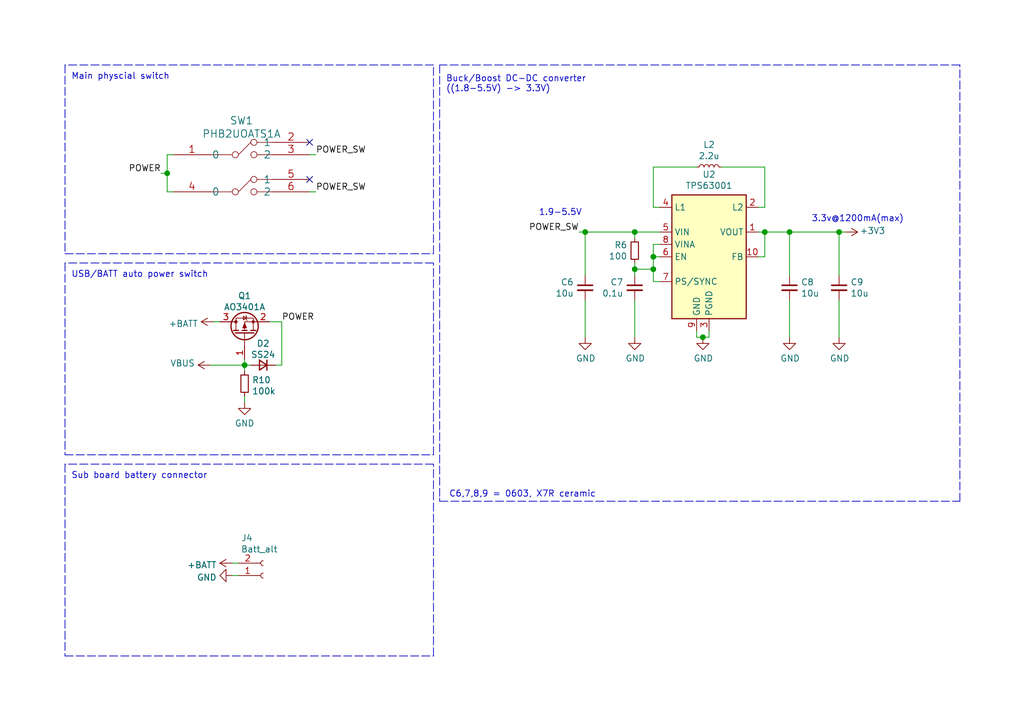
<source format=kicad_sch>
(kicad_sch (version 20210406) (generator eeschema)
  (paper "A5")
  (lib_symbols
    (symbol "Connector:Conn_01x02_Female" (pin_names (offset 1.016) hide)
      (property "Reference" "J" (at 0 2.54 0))
      (property "Value" "Conn_01x02_Female" (at 0 -5.08 0))
      (symbol "Conn_01x02_Female_1_1"
        (arc (start 0 -2.032) (end 0 -3.048) (radius (at 0 -2.54) (length 0.508) (angles 90.1 -90.1)) (stroke (width 0.1524)))
        (arc (start 0 0.508) (end 0 -0.508) (radius (at 0 0) (length 0.508) (angles 90.1 -90.1)) (stroke (width 0.1524)))
        (polyline (pts (xy -1.27 -2.54) (xy -0.508 -2.54)) (stroke (width 0.1524)))
        (polyline (pts (xy -1.27 0) (xy -0.508 0)) (stroke (width 0.1524)))
        (pin passive line (at -5.08 0 0) (length 3.81) (name "Pin_1") (number "1"))
        (pin passive line (at -5.08 -2.54 0) (length 3.81) (name "Pin_2") (number "2"))
      )
    )
    (symbol "Device:C_Small" (pin_numbers hide) (pin_names (offset 0.254) hide)
      (property "Reference" "C" (at 0.254 1.778 0))
      (property "Value" "C_Small" (at 0.254 -2.032 0))
      (symbol "C_Small_0_1"
        (polyline (pts (xy -1.524 -0.508) (xy 1.524 -0.508)) (stroke (width 0.3302)))
        (polyline (pts (xy -1.524 0.508) (xy 1.524 0.508)) (stroke (width 0.3048)))
      )
      (symbol "C_Small_1_1"
        (pin passive line (at 0 2.54 270) (length 2.032) (name "~") (number "1"))
        (pin passive line (at 0 -2.54 90) (length 2.032) (name "~") (number "2"))
      )
    )
    (symbol "Device:D_Small" (pin_numbers hide) (pin_names (offset 0.254) hide)
      (property "Reference" "D" (at -1.27 2.032 0))
      (property "Value" "D_Small" (at -3.81 -2.032 0))
      (symbol "D_Small_0_1"
        (polyline (pts (xy -0.762 -1.016) (xy -0.762 1.016)) (stroke (width 0.254)))
        (polyline (pts (xy -0.762 0) (xy 0.762 0)))
        (polyline (pts (xy 0.762 -1.016) (xy -0.762 0) (xy 0.762 1.016) (xy 0.762 -1.016)) (stroke (width 0.254)))
      )
      (symbol "D_Small_1_1"
        (pin passive line (at -2.54 0 0) (length 1.778) (name "K") (number "1"))
        (pin passive line (at 2.54 0 180) (length 1.778) (name "A") (number "2"))
      )
    )
    (symbol "Device:L_Small" (pin_numbers hide) (pin_names (offset 0.254) hide)
      (property "Reference" "L" (at 0.762 1.016 0))
      (property "Value" "L_Small" (at 0.762 -1.016 0))
      (symbol "L_Small_0_1"
        (arc (start 0 -2.032) (end 0 -1.016) (radius (at 0 -1.524) (length 0.508) (angles -89.9 89.9)))
        (arc (start 0 -1.016) (end 0 0) (radius (at 0 -0.508) (length 0.508) (angles -89.9 89.9)))
        (arc (start 0 0) (end 0 1.016) (radius (at 0 0.508) (length 0.508) (angles -89.9 89.9)))
        (arc (start 0 1.016) (end 0 2.032) (radius (at 0 1.524) (length 0.508) (angles -89.9 89.9)))
      )
      (symbol "L_Small_1_1"
        (pin passive line (at 0 2.54 270) (length 0.508) (name "~") (number "1"))
        (pin passive line (at 0 -2.54 90) (length 0.508) (name "~") (number "2"))
      )
    )
    (symbol "Device:R_Small" (pin_numbers hide) (pin_names (offset 0.254) hide)
      (property "Reference" "R" (at 0.762 0.508 0))
      (property "Value" "R_Small" (at 0.762 -1.016 0))
      (symbol "R_Small_0_1"
        (rectangle (start -0.762 1.778) (end 0.762 -1.778) (stroke (width 0.2032)))
      )
      (symbol "R_Small_1_1"
        (pin passive line (at 0 2.54 270) (length 0.762) (name "~") (number "1"))
        (pin passive line (at 0 -2.54 90) (length 0.762) (name "~") (number "2"))
      )
    )
    (symbol "PHB2UOATS1A:PHB2UOATS1A" (pin_names (offset 0.254))
      (property "Reference" "SW" (at 12.7 10.16 0))
      (property "Value" "PHB2UOATS1A" (at 12.7 7.62 0))
      (symbol "PHB2UOATS1A_1_1"
        (arc (start 16.51 -6.985) (end 16.51 -6.985) (radius (at 16.51 -7.62) (length 0.635) (angles 90 -90)) (stroke (width 0.127)))
        (arc (start 16.51 0.635) (end 16.51 0.635) (radius (at 16.51 0) (length 0.635) (angles 90 -90)) (stroke (width 0.127)))
        (circle (center 12.7 -7.62) (radius 0.635) (stroke (width 0.127)))
        (circle (center 12.7 0) (radius 0.635) (stroke (width 0.127)))
        (circle (center 16.51 -7.62) (radius 0.635) (stroke (width 0.127)))
        (circle (center 16.51 -5.08) (radius 0.635) (stroke (width 0.127)))
        (circle (center 16.51 0) (radius 0.635) (stroke (width 0.127)))
        (circle (center 16.51 2.54) (radius 0.635) (stroke (width 0.127)))
        (polyline (pts (xy 7.62 -7.62) (xy 12.065 -7.62)) (stroke (width 0.127)))
        (polyline (pts (xy 7.62 0) (xy 12.065 0)) (stroke (width 0.127)))
        (polyline (pts (xy 13.335 -7.62) (xy 15.875 -5.08)) (stroke (width 0.127)))
        (polyline (pts (xy 13.335 0) (xy 15.875 2.54)) (stroke (width 0.127)))
        (polyline (pts (xy 17.145 -5.08) (xy 20.32 -5.08)) (stroke (width 0.127)))
        (polyline (pts (xy 17.145 2.54) (xy 20.32 2.54)) (stroke (width 0.127)))
        (polyline (pts (xy 20.32 -7.62) (xy 17.145 -7.62)) (stroke (width 0.127)))
        (polyline (pts (xy 20.32 0) (xy 17.145 0)) (stroke (width 0.127)))
        (pin unspecified line (at 0 0 0) (length 7.62) (name "0") (number "1"))
        (pin unspecified line (at 27.94 2.54 180) (length 7.62) (name "1") (number "2"))
        (pin unspecified line (at 27.94 0 180) (length 7.62) (name "2") (number "3"))
        (pin unspecified line (at 0 -7.62 0) (length 7.62) (name "0") (number "4"))
        (pin unspecified line (at 27.94 -5.08 180) (length 7.62) (name "1") (number "5"))
        (pin unspecified line (at 27.94 -7.62 180) (length 7.62) (name "2") (number "6"))
      )
    )
    (symbol "Regulator_Switching:TPS63001"
      (property "Reference" "U" (at -7.62 13.97 0))
      (property "Value" "TPS63001" (at 5.08 13.97 0))
      (symbol "TPS63001_0_1"
        (rectangle (start -7.62 12.7) (end 7.62 -12.7) (stroke (width 0.254)) (fill (type background)))
      )
      (symbol "TPS63001_1_1"
        (pin power_out line (at 10.16 5.08 180) (length 2.54) (name "VOUT") (number "1"))
        (pin input line (at 10.16 0 180) (length 2.54) (name "FB") (number "10"))
        (pin passive line (at 0 -15.24 90) (length 2.54) hide (name "PGND") (number "11"))
        (pin input line (at 10.16 10.16 180) (length 2.54) (name "L2") (number "2"))
        (pin power_in line (at 0 -15.24 90) (length 2.54) (name "PGND") (number "3"))
        (pin input line (at -10.16 10.16 0) (length 2.54) (name "L1") (number "4"))
        (pin power_in line (at -10.16 5.08 0) (length 2.54) (name "VIN") (number "5"))
        (pin input line (at -10.16 0 0) (length 2.54) (name "EN") (number "6"))
        (pin input line (at -10.16 -5.08 0) (length 2.54) (name "PS/SYNC") (number "7"))
        (pin power_in line (at -10.16 2.54 0) (length 2.54) (name "VINA") (number "8"))
        (pin power_in line (at -2.54 -15.24 90) (length 2.54) (name "GND") (number "9"))
      )
    )
    (symbol "Transistor_FET:AO3401A" (pin_names hide)
      (property "Reference" "Q" (at 5.08 1.905 0))
      (property "Value" "AO3401A" (at 5.08 0 0))
      (symbol "AO3401A_0_1"
        (circle (center 1.651 0) (radius 2.794) (stroke (width 0.254)))
        (circle (center 2.54 -1.778) (radius 0.254) (fill (type outline)))
        (circle (center 2.54 1.778) (radius 0.254) (fill (type outline)))
        (polyline (pts (xy 0.254 0) (xy -2.54 0)))
        (polyline (pts (xy 0.254 1.905) (xy 0.254 -1.905)) (stroke (width 0.254)))
        (polyline (pts (xy 0.762 -1.27) (xy 0.762 -2.286)) (stroke (width 0.254)))
        (polyline (pts (xy 0.762 0.508) (xy 0.762 -0.508)) (stroke (width 0.254)))
        (polyline (pts (xy 0.762 2.286) (xy 0.762 1.27)) (stroke (width 0.254)))
        (polyline (pts (xy 2.54 2.54) (xy 2.54 1.778)))
        (polyline (pts (xy 2.54 -2.54) (xy 2.54 0) (xy 0.762 0)))
        (polyline (pts (xy 0.762 1.778) (xy 3.302 1.778) (xy 3.302 -1.778) (xy 0.762 -1.778)))
        (polyline (pts (xy 2.794 -0.508) (xy 2.921 -0.381) (xy 3.683 -0.381) (xy 3.81 -0.254)))
        (polyline (pts (xy 3.302 -0.381) (xy 2.921 0.254) (xy 3.683 0.254) (xy 3.302 -0.381)))
        (polyline (pts (xy 2.286 0) (xy 1.27 0.381) (xy 1.27 -0.381) (xy 2.286 0)) (fill (type outline)))
      )
      (symbol "AO3401A_1_1"
        (pin input line (at -5.08 0 0) (length 2.54) (name "G") (number "1"))
        (pin passive line (at 2.54 -5.08 90) (length 2.54) (name "S") (number "2"))
        (pin passive line (at 2.54 5.08 270) (length 2.54) (name "D") (number "3"))
      )
    )
    (symbol "power:+3.3V" (power) (pin_names (offset 0))
      (property "Value" "+3.3V" (at 0 3.556 0))
      (symbol "+3.3V_0_1"
        (polyline (pts (xy -0.762 1.27) (xy 0 2.54)))
        (polyline (pts (xy 0 0) (xy 0 2.54)))
        (polyline (pts (xy 0 2.54) (xy 0.762 1.27)))
      )
      (symbol "+3.3V_1_1"
        (pin power_in line (at 0 0 90) (length 0) hide (name "+3V3") (number "1"))
      )
    )
    (symbol "power:+BATT" (power) (pin_names (offset 0))
      (property "Value" "+BATT" (at 0 3.556 0))
      (symbol "+BATT_0_1"
        (polyline (pts (xy -0.762 1.27) (xy 0 2.54)))
        (polyline (pts (xy 0 0) (xy 0 2.54)))
        (polyline (pts (xy 0 2.54) (xy 0.762 1.27)))
      )
      (symbol "+BATT_1_1"
        (pin power_in line (at 0 0 90) (length 0) hide (name "+BATT") (number "1"))
      )
    )
    (symbol "power:GND" (power) (pin_names (offset 0))
      (property "Value" "GND" (at 0 -3.81 0))
      (symbol "GND_0_1"
        (polyline (pts (xy 0 0) (xy 0 -1.27) (xy 1.27 -1.27) (xy 0 -2.54) (xy -1.27 -1.27) (xy 0 -1.27)))
      )
      (symbol "GND_1_1"
        (pin power_in line (at 0 0 270) (length 0) hide (name "GND") (number "1"))
      )
    )
    (symbol "power:VBUS" (power) (pin_names (offset 0))
      (property "Value" "VBUS" (at 0 3.81 0))
      (symbol "VBUS_0_1"
        (polyline (pts (xy -0.762 1.27) (xy 0 2.54)))
        (polyline (pts (xy 0 0) (xy 0 2.54)))
        (polyline (pts (xy 0 2.54) (xy 0.762 1.27)))
      )
      (symbol "VBUS_1_1"
        (pin power_in line (at 0 0 90) (length 0) hide (name "VBUS") (number "1"))
      )
    )
  )
  (junction (at 34.29 35.56) (diameter 1.016))
  (junction (at 50.165 74.93) (diameter 1.016))
  (junction (at 120.015 47.625) (diameter 1.016))
  (junction (at 130.175 47.625) (diameter 1.016))
  (junction (at 130.175 55.245) (diameter 1.016))
  (junction (at 133.985 52.705) (diameter 1.016))
  (junction (at 133.985 55.245) (diameter 1.016))
  (junction (at 144.145 69.215) (diameter 1.016))
  (junction (at 156.845 47.625) (diameter 1.016))
  (junction (at 161.925 47.625) (diameter 1.016))
  (junction (at 172.085 47.625) (diameter 1.016))
  (no_connect (at 63.5 29.21))
  (no_connect (at 63.5 36.83))
  (wire (pts (xy 33.02 35.56) (xy 34.29 35.56)))
  (wire (pts (xy 34.29 31.75) (xy 34.29 35.56)))
  (wire (pts (xy 34.29 35.56) (xy 34.29 39.37)))
  (wire (pts (xy 35.56 31.75) (xy 34.29 31.75)))
  (wire (pts (xy 35.56 39.37) (xy 34.29 39.37)))
  (wire (pts (xy 43.18 74.93) (xy 50.165 74.93)))
  (wire (pts (xy 43.815 66.04) (xy 45.085 66.04)))
  (wire (pts (xy 47.625 115.57) (xy 48.895 115.57)))
  (wire (pts (xy 47.625 118.11) (xy 48.895 118.11)))
  (wire (pts (xy 50.165 73.66) (xy 50.165 74.93)))
  (wire (pts (xy 50.165 74.93) (xy 50.165 76.2)))
  (wire (pts (xy 50.165 74.93) (xy 51.435 74.93)))
  (wire (pts (xy 50.165 82.55) (xy 50.165 81.28)))
  (wire (pts (xy 55.245 66.04) (xy 57.785 66.04)))
  (wire (pts (xy 57.785 66.04) (xy 57.785 74.93)))
  (wire (pts (xy 57.785 74.93) (xy 56.515 74.93)))
  (wire (pts (xy 63.5 31.75) (xy 64.77 31.75)))
  (wire (pts (xy 63.5 39.37) (xy 64.77 39.37)))
  (wire (pts (xy 118.745 47.625) (xy 120.015 47.625)))
  (wire (pts (xy 120.015 47.625) (xy 130.175 47.625)))
  (wire (pts (xy 120.015 56.515) (xy 120.015 47.625)))
  (wire (pts (xy 120.015 61.595) (xy 120.015 69.215)))
  (wire (pts (xy 130.175 47.625) (xy 130.175 48.895)))
  (wire (pts (xy 130.175 53.975) (xy 130.175 55.245)))
  (wire (pts (xy 130.175 55.245) (xy 130.175 56.515)))
  (wire (pts (xy 130.175 55.245) (xy 133.985 55.245)))
  (wire (pts (xy 130.175 61.595) (xy 130.175 69.215)))
  (wire (pts (xy 133.985 34.29) (xy 133.985 42.545)))
  (wire (pts (xy 133.985 42.545) (xy 135.255 42.545)))
  (wire (pts (xy 133.985 50.165) (xy 133.985 52.705)))
  (wire (pts (xy 133.985 52.705) (xy 135.255 52.705)))
  (wire (pts (xy 133.985 55.245) (xy 133.985 52.705)))
  (wire (pts (xy 133.985 57.785) (xy 133.985 55.245)))
  (wire (pts (xy 135.255 47.625) (xy 130.175 47.625)))
  (wire (pts (xy 135.255 50.165) (xy 133.985 50.165)))
  (wire (pts (xy 135.255 57.785) (xy 133.985 57.785)))
  (wire (pts (xy 142.875 34.29) (xy 133.985 34.29)))
  (wire (pts (xy 142.875 67.945) (xy 142.875 69.215)))
  (wire (pts (xy 142.875 69.215) (xy 144.145 69.215)))
  (wire (pts (xy 144.145 69.215) (xy 145.415 69.215)))
  (wire (pts (xy 145.415 69.215) (xy 145.415 67.945)))
  (wire (pts (xy 147.955 34.29) (xy 156.845 34.29)))
  (wire (pts (xy 155.575 52.705) (xy 156.845 52.705)))
  (wire (pts (xy 156.845 34.29) (xy 156.845 42.545)))
  (wire (pts (xy 156.845 42.545) (xy 155.575 42.545)))
  (wire (pts (xy 156.845 47.625) (xy 155.575 47.625)))
  (wire (pts (xy 156.845 47.625) (xy 161.925 47.625)))
  (wire (pts (xy 156.845 52.705) (xy 156.845 47.625)))
  (wire (pts (xy 161.925 47.625) (xy 161.925 56.515)))
  (wire (pts (xy 161.925 47.625) (xy 172.085 47.625)))
  (wire (pts (xy 161.925 61.595) (xy 161.925 69.215)))
  (wire (pts (xy 172.085 47.625) (xy 172.085 56.515)))
  (wire (pts (xy 172.085 47.625) (xy 173.355 47.625)))
  (wire (pts (xy 172.085 61.595) (xy 172.085 69.215)))
  (polyline (pts (xy 13.335 13.335) (xy 13.335 52.07)) (stroke (width 0) (type dash)))
  (polyline (pts (xy 13.335 52.07) (xy 88.9 52.07)) (stroke (width 0) (type dash)))
  (polyline (pts (xy 13.335 53.975) (xy 13.335 93.345)) (stroke (width 0) (type dash)))
  (polyline (pts (xy 13.335 93.345) (xy 88.9 93.345)) (stroke (width 0) (type dash)))
  (polyline (pts (xy 13.335 95.25) (xy 13.335 134.62)) (stroke (width 0) (type dash)))
  (polyline (pts (xy 13.335 134.62) (xy 88.9 134.62)) (stroke (width 0) (type dash)))
  (polyline (pts (xy 88.9 13.335) (xy 13.335 13.335)) (stroke (width 0) (type dash)))
  (polyline (pts (xy 88.9 52.07) (xy 88.9 13.335)) (stroke (width 0) (type dash)))
  (polyline (pts (xy 88.9 53.975) (xy 13.335 53.975)) (stroke (width 0) (type dash)))
  (polyline (pts (xy 88.9 93.345) (xy 88.9 53.975)) (stroke (width 0) (type dash)))
  (polyline (pts (xy 88.9 95.25) (xy 13.335 95.25)) (stroke (width 0) (type dash)))
  (polyline (pts (xy 88.9 134.62) (xy 88.9 95.25)) (stroke (width 0) (type dash)))
  (polyline (pts (xy 90.17 13.335) (xy 90.17 102.235)) (stroke (width 0) (type dash)))
  (polyline (pts (xy 90.17 102.235) (xy 90.17 102.87)) (stroke (width 0) (type dash)))
  (polyline (pts (xy 90.17 102.87) (xy 196.85 102.87)) (stroke (width 0) (type dash)))
  (polyline (pts (xy 196.85 13.335) (xy 90.17 13.335)) (stroke (width 0) (type dash)))
  (polyline (pts (xy 196.85 102.87) (xy 196.85 13.335)) (stroke (width 0) (type dash)))
  (text "Main physcial switch" (at 14.605 16.51 0) (effects (font (size 1.27 1.27)) (justify left bottom)))
  (text "USB/BATT auto power switch " (at 14.605 57.15 0) (effects (font (size 1.27 1.27)) (justify left bottom)))
  (text "Sub board battery connector" (at 14.605 98.425 0) (effects (font (size 1.27 1.27)) (justify left bottom)))
  (text "Buck/Boost DC-DC converter\n((1.8-5.5V) -> 3.3V)" (at 91.44 19.05 0) (effects (font (size 1.27 1.27)) (justify left bottom)))
  (text "C6,7,8,9 = 0603, X7R ceramic" (at 92.075 102.235 0) (effects (font (size 1.27 1.27)) (justify left bottom)))
  (text "1.9-5.5V" (at 119.38 44.45 180) (effects (font (size 1.27 1.27)) (justify right bottom)))
  (text "3.3v@1200mA(max)" (at 185.42 45.72 180) (effects (font (size 1.27 1.27)) (justify right bottom)))
  (label "POWER" (at 33.02 35.56 180))
  (label "POWER" (at 57.785 66.04 0))
  (label "POWER_SW" (at 64.77 31.75 0))
  (label "POWER_SW" (at 64.77 39.37 0))
  (label "POWER_SW" (at 118.745 47.625 180))
  (symbol (lib_id "power:VBUS") (at 43.18 74.93 90) (unit 1)
    (property "Reference" "#PWR0136" (effects hide))
    (property "Value" "VBUS" (at 40.0049 74.5415 90) (effects (justify left)))
  )
  (symbol (lib_id "power:+BATT") (at 43.815 66.04 90) (unit 1)
    (property "Reference" "#PWR0114" (effects hide))
    (property "Value" "+BATT" (at 40.6399 66.4285 90) (effects (justify left)))
  )
  (symbol (lib_id "power:+BATT") (at 47.625 115.57 90) (unit 1)
    (property "Reference" "#PWR0131" (effects hide))
    (property "Value" "+BATT" (at 44.4499 115.9585 90) (effects (justify left)))
  )
  (symbol (lib_id "power:+3.3V") (at 173.355 47.625 270) (unit 1)
    (property "Reference" "#PWR0120" (effects hide))
    (property "Value" "+3.3V" (at 178.9494 47.3583 90))
  )
  (symbol (lib_id "Device:L_Small") (at 145.415 34.29 90) (unit 1)
    (property "Reference" "L2" (at 145.415 29.6988 90))
    (property "Value" "2.2u" (at 145.415 31.998 90))
    (property "Footprint" "Inductor_SMD:L_Coilcraft_XxL4040" (effects hide))
    (property "LCSC Part" "C135262" (effects hide))
  )
  (symbol (lib_id "power:GND") (at 47.625 118.11 270) (unit 1)
    (property "Reference" "#PWR0132" (effects hide))
    (property "Value" "GND" (at 44.45 118.4985 90) (effects (justify right)))
  )
  (symbol (lib_id "power:GND") (at 50.165 82.55 0) (unit 1)
    (property "Reference" "#PWR0137" (effects hide))
    (property "Value" "GND" (at 50.165 86.8744 0))
  )
  (symbol (lib_id "power:GND") (at 120.015 69.215 0) (unit 1)
    (property "Reference" "#PWR0115" (effects hide))
    (property "Value" "GND" (at 120.1293 73.5394 0))
  )
  (symbol (lib_id "power:GND") (at 130.175 69.215 0) (unit 1)
    (property "Reference" "#PWR0116" (effects hide))
    (property "Value" "GND" (at 130.2893 73.5394 0))
  )
  (symbol (lib_id "power:GND") (at 144.145 69.215 0) (unit 1)
    (property "Reference" "#PWR0119" (effects hide))
    (property "Value" "GND" (at 144.2593 73.5394 0))
  )
  (symbol (lib_id "power:GND") (at 161.925 69.215 0) (unit 1)
    (property "Reference" "#PWR0118" (effects hide))
    (property "Value" "GND" (at 162.0393 73.5394 0))
  )
  (symbol (lib_id "power:GND") (at 172.085 69.215 0) (unit 1)
    (property "Reference" "#PWR0117" (effects hide))
    (property "Value" "GND" (at 172.1993 73.5394 0))
  )
  (symbol (lib_id "Device:R_Small") (at 50.165 78.74 0) (unit 1)
    (property "Reference" "R10" (at 51.6637 77.9791 0) (effects (justify left)))
    (property "Value" "100k" (at 51.6637 80.2778 0) (effects (justify left)))
    (property "Footprint" "Resistor_SMD:R_0603_1608Metric" (effects hide))
    (property "LCSC Part" "C25803" (effects hide))
  )
  (symbol (lib_id "Device:R_Small") (at 130.175 51.435 0) (mirror x) (unit 1)
    (property "Reference" "R6" (at 128.6763 50.2856 0) (effects (justify right)))
    (property "Value" "100" (at 128.676 52.584 0) (effects (justify right)))
    (property "Footprint" "Resistor_SMD:R_0603_1608Metric" (effects hide))
    (property "LCSC Part" "C22775" (effects hide))
  )
  (symbol (lib_id "Device:D_Small") (at 53.975 74.93 180) (unit 1)
    (property "Reference" "D2" (at 53.975 70.4808 0))
    (property "Value" "SS24" (at 53.975 72.7795 0))
    (property "Footprint" "Diode_SMD:D_SMA" (effects hide))
    (property "LCSC Part" "C181203" (effects hide))
  )
  (symbol (lib_id "Device:C_Small") (at 120.015 59.055 0) (mirror y) (unit 1)
    (property "Reference" "C6" (at 117.6908 57.9056 0) (effects (justify left)))
    (property "Value" "10u" (at 117.691 60.204 0) (effects (justify left)))
    (property "Footprint" "Capacitor_SMD:C_0603_1608Metric" (effects hide))
    (property "LCSC Part" "C19702" (effects hide))
  )
  (symbol (lib_id "Device:C_Small") (at 130.175 59.055 0) (mirror y) (unit 1)
    (property "Reference" "C7" (at 127.8508 57.9056 0) (effects (justify left)))
    (property "Value" "0.1u" (at 127.851 60.204 0) (effects (justify left)))
    (property "Footprint" "Capacitor_SMD:C_0603_1608Metric" (effects hide))
    (property "LCSC Part" "C14663" (effects hide))
  )
  (symbol (lib_id "Device:C_Small") (at 161.925 59.055 0) (unit 1)
    (property "Reference" "C8" (at 164.2492 57.9056 0) (effects (justify left)))
    (property "Value" "10u" (at 164.249 60.204 0) (effects (justify left)))
    (property "Footprint" "Capacitor_SMD:C_0603_1608Metric" (effects hide))
  )
  (symbol (lib_id "Device:C_Small") (at 172.085 59.055 0) (unit 1)
    (property "Reference" "C9" (at 174.4092 57.9056 0) (effects (justify left)))
    (property "Value" "10u" (at 174.409 60.204 0) (effects (justify left)))
    (property "Footprint" "Capacitor_SMD:C_0603_1608Metric" (effects hide))
  )
  (symbol (lib_id "Connector:Conn_01x02_Female") (at 53.975 118.11 0) (mirror x) (unit 1)
    (property "Reference" "J4" (at 50.6476 110.4096 0))
    (property "Value" "Batt_alt" (at 53.1876 112.7083 0))
    (property "Footprint" "Connector_JST:JST_PH_S2B-PH-K_1x02_P2.00mm_Horizontal" (effects hide))
    (property "LCSC Part" "C173752" (effects hide))
  )
  (symbol (lib_id "Transistor_FET:AO3401A") (at 50.165 68.58 90) (unit 1)
    (property "Reference" "Q1" (at 50.165 60.7018 90))
    (property "Value" "AO3401A" (at 50.165 63.0005 90))
    (property "Footprint" "Package_TO_SOT_SMD:SOT-23" (effects hide))
    (property "Datasheet" "http://www.aosmd.com/pdfs/datasheet/AO3401A.pdf" (effects hide))
    (property "LCSC Part" "C347476" (effects hide))
  )
  (symbol (lib_id "PHB2UOATS1A:PHB2UOATS1A") (at 35.56 31.75 0) (unit 1)
    (property "Reference" "SW1" (at 49.53 24.7474 0) (effects (font (size 1.524 1.524))))
    (property "Value" "PHB2UOATS1A" (at 49.53 27.455 0) (effects (font (size 1.524 1.524))))
    (property "Footprint" "PHB2UOATS1A:PHB2UOATS1A" (effects hide))
  )
  (symbol (lib_id "Regulator_Switching:TPS63001") (at 145.415 52.705 0) (unit 1)
    (property "Reference" "U2" (at 145.415 35.7948 0))
    (property "Value" "TPS63001" (at 145.415 38.0935 0))
    (property "Footprint" "Package_SON:Texas_DRC0010J_ThermalVias" (effects hide))
    (property "Datasheet" "http://www.ti.com/lit/ds/symlink/tps63000.pdf" (effects hide))
  )
)
</source>
